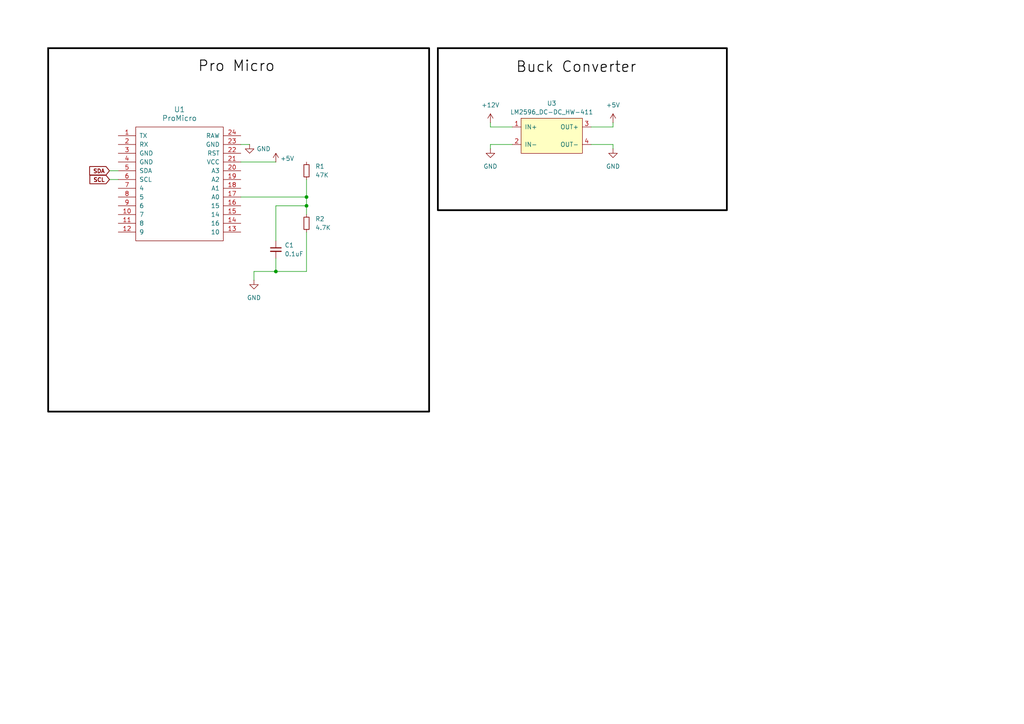
<source format=kicad_sch>
(kicad_sch (version 20231120) (generator "eeschema") (generator_version "8.0")
  (paper "A4")
  (lib_symbols
    (symbol "Controller Module Library:LM2596_DC-DC_HW-411" (pin_names (offset 1.016))
      (property "Reference" "U" (at 0 6.35 0))
      (property "Value" "LM2596_DC-DC_HW-411" (at 0 9.144 0))
      (symbol "LM2596_DC-DC_HW-411_0_1"
        (rectangle (start -8.89 5.08) (end 8.89 -5.08) (fill (type background)))
      )
      (symbol "LM2596_DC-DC_HW-411_1_1"
        (pin power_in line (at -11.43 2.54 0) (length 2.54) (name "IN+") (number "1"))
        (pin power_in line (at -11.43 -2.54 0) (length 2.54) (name "IN-") (number "2"))
        (pin power_out line (at 11.43 2.54 180) (length 2.54) (name "OUT+") (number "3"))
        (pin power_out line (at 11.43 -2.54 180) (length 2.54) (name "OUT-") (number "4"))
      )
    )
    (symbol "Controller Module Library:ProMicro" (pin_names (offset 1.016))
      (property "Reference" "U" (at 0 24.13 0))
      (property "Value" "ProMicro" (at 0 -13.97 0))
      (symbol "ProMicro_0_1"
        (rectangle (start -12.7 21.59) (end 12.7 -11.43))
      )
      (symbol "ProMicro_1_1"
        (pin bidirectional line (at -17.78 19.05 0) (length 5.08) (name "TX") (number "1"))
        (pin bidirectional line (at -17.78 -3.81 0) (length 5.08) (name "7") (number "10"))
        (pin bidirectional line (at -17.78 -6.35 0) (length 5.08) (name "8") (number "11"))
        (pin bidirectional line (at -17.78 -8.89 0) (length 5.08) (name "9") (number "12"))
        (pin bidirectional line (at 17.78 -8.89 180) (length 5.08) (name "10") (number "13"))
        (pin bidirectional line (at 17.78 -6.35 180) (length 5.08) (name "16") (number "14"))
        (pin bidirectional line (at 17.78 -3.81 180) (length 5.08) (name "14") (number "15"))
        (pin bidirectional line (at 17.78 -1.27 180) (length 5.08) (name "15") (number "16"))
        (pin bidirectional line (at 17.78 1.27 180) (length 5.08) (name "A0") (number "17"))
        (pin bidirectional line (at 17.78 3.81 180) (length 5.08) (name "A1") (number "18"))
        (pin bidirectional line (at 17.78 6.35 180) (length 5.08) (name "A2") (number "19"))
        (pin bidirectional line (at -17.78 16.51 0) (length 5.08) (name "RX") (number "2"))
        (pin bidirectional line (at 17.78 8.89 180) (length 5.08) (name "A3") (number "20"))
        (pin power_in line (at 17.78 11.43 180) (length 5.08) (name "VCC") (number "21"))
        (pin input line (at 17.78 13.97 180) (length 5.08) (name "RST") (number "22"))
        (pin power_in line (at 17.78 16.51 180) (length 5.08) (name "GND") (number "23"))
        (pin power_out line (at 17.78 19.05 180) (length 5.08) (name "RAW") (number "24"))
        (pin power_in line (at -17.78 13.97 0) (length 5.08) (name "GND") (number "3"))
        (pin power_in line (at -17.78 11.43 0) (length 5.08) (name "GND") (number "4"))
        (pin bidirectional line (at -17.78 8.89 0) (length 5.08) (name "SDA") (number "5"))
        (pin bidirectional line (at -17.78 6.35 0) (length 5.08) (name "SCL") (number "6"))
        (pin bidirectional line (at -17.78 3.81 0) (length 5.08) (name "4") (number "7"))
        (pin bidirectional line (at -17.78 1.27 0) (length 5.08) (name "5") (number "8"))
        (pin bidirectional line (at -17.78 -1.27 0) (length 5.08) (name "6") (number "9"))
      )
    )
    (symbol "Device:C_Small" (pin_numbers hide) (pin_names (offset 0.254) hide)
      (property "Reference" "C" (at 0.254 1.778 0))
      (property "Value" "C_Small" (at 0.254 -2.032 0))
      (symbol "C_Small_0_1"
        (polyline (pts (xy -1.524 -0.508) (xy 1.524 -0.508)) (stroke (width 0.3302)))
        (polyline (pts (xy -1.524 0.508) (xy 1.524 0.508)) (stroke (width 0.3048)))
      )
      (symbol "C_Small_1_1"
        (pin passive line (at 0 2.54 270) (length 2.032) (name "~") (number "1"))
        (pin passive line (at 0 -2.54 90) (length 2.032) (name "~") (number "2"))
      )
    )
    (symbol "Device:R_Small" (pin_numbers hide) (pin_names (offset 0.254) hide)
      (property "Reference" "R" (at 0.762 0.508 0))
      (property "Value" "R_Small" (at 0.762 -1.016 0))
      (symbol "R_Small_0_1"
        (rectangle (start -0.762 1.778) (end 0.762 -1.778) (stroke (width 0.2032)))
      )
      (symbol "R_Small_1_1"
        (pin passive line (at 0 2.54 270) (length 0.762) (name "~") (number "1"))
        (pin passive line (at 0 -2.54 90) (length 0.762) (name "~") (number "2"))
      )
    )
    (symbol "power:+12V" (power) (pin_numbers hide) (pin_names (offset 0) hide)
      (property "Value" "+12V" (at 0 3.556 0))
      (symbol "+12V_0_1"
        (polyline (pts (xy -0.762 1.27) (xy 0 2.54)))
        (polyline (pts (xy 0 0) (xy 0 2.54)))
        (polyline (pts (xy 0 2.54) (xy 0.762 1.27)))
      )
      (symbol "+12V_1_1"
        (pin power_in line (at 0 0 90) (length 0) (name "~") (number "1"))
      )
    )
    (symbol "power:+5V" (power) (pin_numbers hide) (pin_names (offset 0) hide)
      (property "Value" "+5V" (at 0 3.556 0))
      (symbol "+5V_0_1"
        (polyline (pts (xy -0.762 1.27) (xy 0 2.54)))
        (polyline (pts (xy 0 0) (xy 0 2.54)))
        (polyline (pts (xy 0 2.54) (xy 0.762 1.27)))
      )
      (symbol "+5V_1_1"
        (pin power_in line (at 0 0 90) (length 0) (name "~") (number "1"))
      )
    )
    (symbol "power:GND" (power) (pin_numbers hide) (pin_names (offset 0) hide)
      (property "Value" "GND" (at 0 -3.81 0))
      (symbol "GND_0_1"
        (polyline (pts (xy 0 0) (xy 0 -1.27) (xy 1.27 -1.27) (xy 0 -2.54) (xy -1.27 -1.27) (xy 0 -1.27)))
      )
      (symbol "GND_1_1"
        (pin power_in line (at 0 0 270) (length 0) (name "~") (number "1"))
      )
    )
  )
  (junction (at 88.9 57.15))
  (junction (at 88.9 59.69))
  (junction (at 80.01 78.74))
  (wire (pts (xy 177.8 41.91) (xy 177.8 43.18)))
  (wire (pts (xy 171.45 36.83) (xy 177.8 36.83)))
  (wire (pts (xy 88.9 67.31) (xy 88.9 78.74)))
  (wire (pts (xy 69.85 41.91) (xy 72.39 41.91)))
  (wire (pts (xy 73.66 78.74) (xy 80.01 78.74)))
  (wire (pts (xy 142.24 41.91) (xy 148.59 41.91)))
  (wire (pts (xy 177.8 36.83) (xy 177.8 35.56)))
  (wire (pts (xy 73.66 81.28) (xy 73.66 78.74)))
  (wire (pts (xy 142.24 35.56) (xy 142.24 36.83)))
  (wire (pts (xy 171.45 41.91) (xy 177.8 41.91)))
  (wire (pts (xy 88.9 78.74) (xy 80.01 78.74)))
  (wire (pts (xy 69.85 46.99) (xy 80.01 46.99)))
  (wire (pts (xy 80.01 78.74) (xy 80.01 74.93)))
  (wire (pts (xy 80.01 69.85) (xy 80.01 59.69)))
  (wire (pts (xy 31.75 49.53) (xy 34.29 49.53)))
  (wire (pts (xy 142.24 36.83) (xy 148.59 36.83)))
  (wire (pts (xy 88.9 57.15) (xy 88.9 59.69)))
  (wire (pts (xy 88.9 52.07) (xy 88.9 57.15)))
  (wire (pts (xy 80.01 59.69) (xy 88.9 59.69)))
  (wire (pts (xy 88.9 59.69) (xy 88.9 62.23)))
  (wire (pts (xy 142.24 43.18) (xy 142.24 41.91)))
  (wire (pts (xy 69.85 57.15) (xy 88.9 57.15)))
  (wire (pts (xy 31.75 52.07) (xy 34.29 52.07)))
  (rectangle (start 13.97 13.97) (end 124.46 119.38) (stroke (width 0.508) (color 0 0 0 1)))
  (rectangle (start 127 13.97) (end 210.82 60.96) (stroke (width 0.508) (color 0 0 0 1)))
  (text "Pro Micro" (at 68.58 19.304 0) (effects (font (size 3.048 3.048) (thickness 0.254) (bold yes))))
  (text "Buck Converter" (at 167.132 19.558 0) (effects (font (size 3.048 3.048) (thickness 0.254) (bold yes))))
  (global_label "SCL" (shape input) (at 31.75 52.07 180) (effects (font (size 1.143 1.143) (bold yes))) (property "Intersheetrefs" "${INTERSHEET_REFS}" (effects (hide yes))))
  (global_label "SDA" (shape input) (at 31.75 49.53 180) (effects (font (size 1.143 1.143) (bold yes))) (property "Intersheetrefs" "${INTERSHEET_REFS}" (effects (hide yes))))
  (symbol (lib_id "Controller Module Library:LM2596_DC-DC_HW-411") (at 160.02 39.37 0) (unit 1)
    (property "Reference" "U3" (at 160.02 29.972 0))
    (property "Value" "LM2596_DC-DC_HW-411" (at 160.02 32.512 0))
    (property "Footprint" "Controller Module Library:LM2596 DC-DC HW-411" (effects (hide yes)))
    (property "Description" "module : adjustable step down module 3.2V-40V to 1.25V-35V 3A" (effects (hide yes)))
  )
  (symbol (lib_id "Device:R_Small") (at 88.9 49.53 0) (unit 1)
    (property "Reference" "R1" (at 91.44 48.2599 0) (effects (justify left)))
    (property "Value" "47K" (at 91.44 50.7999 0) (effects (justify left)))
    (property "Footprint" "Resistor_THT:R_Axial_DIN0207_L6.3mm_D2.5mm_P10.16mm_Horizontal" (effects (hide yes)))
    (property "Description" "Resistor, small symbol" (effects (hide yes)))
  )
  (symbol (lib_id "power:GND") (at 72.39 41.91 0) (unit 1)
    (property "Reference" "#PWR02" (effects (hide yes)))
    (property "Value" "GND" (at 76.454 43.18 0))
    (property "Description" "Power symbol creates a global label with name \"GND\" , ground" (effects (hide yes)))
  )
  (symbol (lib_id "power:GND") (at 177.8 43.18 0) (unit 1)
    (property "Reference" "#PWR08" (effects (hide yes)))
    (property "Value" "GND" (at 177.8 48.26 0))
    (property "Description" "Power symbol creates a global label with name \"GND\" , ground" (effects (hide yes)))
  )
  (symbol (lib_id "power:GND") (at 142.24 43.18 0) (unit 1)
    (property "Reference" "#PWR07" (effects (hide yes)))
    (property "Value" "GND" (at 142.24 48.26 0))
    (property "Description" "Power symbol creates a global label with name \"GND\" , ground" (effects (hide yes)))
  )
  (symbol (lib_id "Device:R_Small") (at 88.9 64.77 0) (unit 1)
    (property "Reference" "R2" (at 91.44 63.4999 0) (effects (justify left)))
    (property "Value" "4.7K" (at 91.44 66.0399 0) (effects (justify left)))
    (property "Footprint" "Resistor_THT:R_Axial_DIN0207_L6.3mm_D2.5mm_P10.16mm_Horizontal" (effects (hide yes)))
    (property "Description" "Resistor, small symbol" (effects (hide yes)))
  )
  (symbol (lib_id "power:GND") (at 73.66 81.28 0) (unit 1)
    (property "Reference" "#PWR05" (effects (hide yes)))
    (property "Value" "GND" (at 73.66 86.36 0))
    (property "Description" "Power symbol creates a global label with name \"GND\" , ground" (effects (hide yes)))
  )
  (symbol (lib_id "Device:C_Small") (at 80.01 72.39 0) (unit 1)
    (property "Reference" "C1" (at 82.55 71.1262 0) (effects (justify left)))
    (property "Value" "0.1uF" (at 82.55 73.6662 0) (effects (justify left)))
    (property "Footprint" "Capacitor_SMD:C_0805_2012Metric_Pad1.18x1.45mm_HandSolder" (effects (hide yes)))
    (property "Description" "Unpolarized capacitor, small symbol" (effects (hide yes)))
  )
  (symbol (lib_id "Controller Module Library:ProMicro") (at 52.07 58.42 0) (unit 1)
    (property "Reference" "U1" (at 52.07 31.75 0) (effects (font (size 1.524 1.524))))
    (property "Value" "ProMicro" (at 52.07 34.29 0) (effects (font (size 1.524 1.524))))
    (property "Footprint" "Controller Module Library:ProMicro" (effects (hide yes)))
  )
  (symbol (lib_id "power:+12V") (at 142.24 35.56 0) (unit 1)
    (property "Reference" "#PWR06" (effects (hide yes)))
    (property "Value" "+12V" (at 142.24 30.48 0))
    (property "Description" "Power symbol creates a global label with name \"+12V\"" (effects (hide yes)))
  )
  (symbol (lib_id "power:+5V") (at 80.01 46.99 0) (unit 1)
    (property "Reference" "#PWR01" (effects (hide yes)))
    (property "Value" "+5V" (at 83.312 45.974 0))
    (property "Description" "Power symbol creates a global label with name \"+5V\"" (effects (hide yes)))
  )
  (symbol (lib_id "power:+5V") (at 177.8 35.56 0) (unit 1)
    (property "Reference" "#PWR09" (effects (hide yes)))
    (property "Value" "+5V" (at 177.8 30.48 0))
    (property "Description" "Power symbol creates a global label with name \"+5V\"" (effects (hide yes)))
  )
)
</source>
